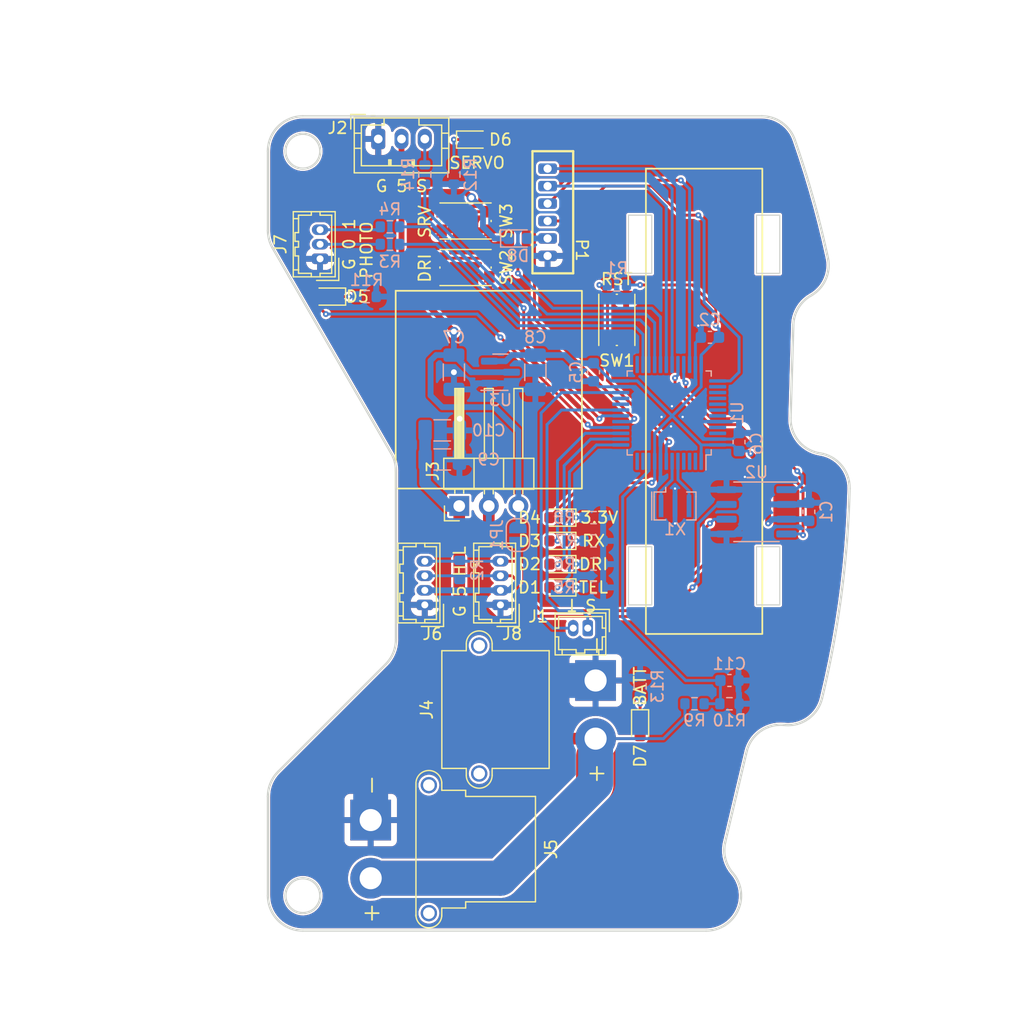
<source format=kicad_pcb>
(kicad_pcb (version 20211014) (generator pcbnew)
  (layers (0 "F.Cu" signal) (31 "B.Cu" signal) (34 "B.Paste" user) (35 "F.Paste" user) (36 "B.SilkS" user "B.Silkscreen") (37 "F.SilkS" user "F.Silkscreen") (38 "B.Mask" user) (39 "F.Mask" user) (44 "Edge.Cuts" user))
  (net 0 "")
  (net 1 "GND")
  (net 2 "+3.3V")
  (net 3 "/ESC_PWM")
  (net 4 "/ESC_TLM")
  (net 5 "+5V")
  (net 6 "/SERVO_PWM")
  (net 7 "+BATT")
  (net 8 "/SWCLK")
  (net 9 "/SWDIO")
  (net 10 "/USART_TX")
  (net 11 "/USART_RX")
  (net 12 "/NRST")
  (net 13 "/CAN_L")
  (net 14 "/CAN_H")
  (net 15 "/LED_1")
  (net 16 "/LED_2")
  (net 17 "/LED_3")
  (net 18 "/OSC_IN")
  (net 19 "/OSC_OUT")
  (net 20 "/BATT_V")
  (net 23 "/CAN_RX")
  (net 24 "/CAN_TX")
  (net 31 "/SW_1")
  (net 32 "Net-(J7-Pad2)")
  (net 33 "Net-(J7-Pad3)")
  (net 34 "/PHOTO_0")
  (net 35 "/PHOTO_1")
  (net 36 "Net-(D1-Pad1)")
  (net 37 "/LED_0")
  (net 38 "Net-(D2-Pad1)")
  (net 39 "Net-(D3-Pad1)")
  (net 40 "Net-(D4-Pad1)")
  (net 41 "Net-(D5-Pad1)")
  (net 42 "Net-(D6-Pad1)")
  (net 43 "/LED_4")
  (net 44 "Net-(D7-Pad1)")
  (net 45 "Net-(J2-Pad3)")
  (net 48 "/SW_0")
  (net 55 "Net-(J6-Pad2)")
  (net 56 "Net-(P1-Pad2)")
  (footprint "Button_Switch_SMD:SW_Push_1P1T_NO_CK_KMR2" (layer "F.Cu") (at 106 67.5 180)
    (fp_text reference "SW2")
    (fp_text value "SW_Push")
  )
  (footprint "LED_SMD:LED_0603_1608Metric" (layer "F.Cu") (at 106.7125 56.5)
    (fp_text reference "D6")
    (fp_text value "LED")
  )
  (footprint "LED_SMD:LED_0603_1608Metric" (layer "F.Cu") (at 121 107 -90)
    (fp_text reference "D7")
    (fp_text value "LED")
  )
  (footprint "Connector_PinHeader_2.54mm:PinHeader_1x03_P2.54mm_Horizontal" (layer "F.Cu") (at 105.46 88 90)
    (fp_text reference "J3")
    (fp_text value "Conn_01x03")
  )
  (footprint "LED_SMD:LED_0603_1608Metric" (layer "F.Cu") (at 94.2125 70 180)
    (fp_text reference "D5")
    (fp_text value "LED")
  )
  (footprint "Button_Switch_SMD:SW_Push_1P1T_NO_CK_KMR2" (layer "F.Cu") (at 106 63.5 180)
    (fp_text reference "SW3")
    (fp_text value "SW_Push")
  )
  (footprint "Connector_Hirose:Hirose_DF13-02P-1.25DSA_1x02_P1.25mm_Vertical" (layer "F.Cu") (at 116.5 98.5 180)
    (fp_text reference "J1")
    (fp_text value "Conn_01x02")
  )
  (footprint "LED_SMD:LED_0603_1608Metric" (layer "F.Cu") (at 114 91 180)
    (fp_text reference "D3")
    (fp_text value "LED")
  )
  (footprint "Connector_Hirose:Hirose_DF13-04P-1.25DSA_1x04_P1.25mm_Vertical" (layer "F.Cu") (at 102.5 96.5 90)
    (fp_text reference "J6")
    (fp_text value "Conn_01x04")
  )
  (footprint "LED_SMD:LED_0603_1608Metric" (layer "F.Cu") (at 114 93 180)
    (fp_text reference "D2")
    (fp_text value "LED")
  )
  (footprint "Connector_AMASS:AMASS_XT30PW-F_1x02_P2.50mm_Horizontal" (layer "F.Cu") (at 97.85 115 -90)
    (fp_text reference "J5")
    (fp_text value "Conn_01x02")
  )
  (footprint "Connector_Hirose:Hirose_DF13-03P-1.25DSA_1x03_P1.25mm_Vertical" (layer "F.Cu") (at 93.5 66.75 90)
    (fp_text reference "J7")
    (fp_text value "Conn_01x03")
  )
  (footprint "LED_SMD:LED_0603_1608Metric" (layer "F.Cu") (at 114 89 180)
    (fp_text reference "D4")
    (fp_text value "LED")
  )
  (footprint "Button_Switch_SMD:SW_Push_1P1T_NO_CK_KMR2" (layer "F.Cu") (at 119 72 90)
    (fp_text reference "SW1")
    (fp_text value "SW_Push")
  )
  (footprint "Connector_JST:JST_PH_B3B-PH-K_1x03_P2.00mm_Vertical" (layer "F.Cu") (at 98.5 56.45)
    (fp_text reference "J2")
    (fp_text value "Conn_01x03")
  )
  (footprint "Connector_AMASS:AMASS_XT30PW-M_1x02_P2.50mm_Horizontal" (layer "F.Cu") (at 117.175 103 90)
    (fp_text reference "J4")
    (fp_text value "Conn_01x02")
  )
  (footprint "Connector_Hirose:Hirose_DF13-04P-1.25DSA_1x04_P1.25mm_Vertical" (layer "F.Cu") (at 109 96.5 90)
    (fp_text reference "J8")
    (fp_text value "Conn_01x04")
  )
  (footprint "LED_SMD:LED_0603_1608Metric" (layer "F.Cu") (at 114 95 180)
    (fp_text reference "D1")
    (fp_text value "LED")
  )
  (footprint "user:ZH_B6B-ZR" (layer "F.Cu") (at 113.05 66.5 90)
    (fp_text reference "P1")
    (fp_text value "CONN_01X06")
  )
  (footprint "Resistor_SMD:R_0603_1608Metric" (layer "B.Cu") (at 121 103.5 -90)
    (fp_text reference "R13")
    (fp_text value "47k")
  )
  (footprint "Resistor_SMD:R_0603_1608Metric" (layer "B.Cu") (at 102.5 59.5 -90)
    (fp_text reference "R14")
    (fp_text value "100")
  )
  (footprint "Resistor_SMD:R_0603_1608Metric" (layer "B.Cu") (at 105.5 93.5 -90)
    (fp_text reference "R2")
    (fp_text value "120")
  )
  (footprint "Resistor_SMD:R_0603_1608Metric" (layer "B.Cu") (at 117 95 180)
    (fp_text reference "R5")
    (fp_text value "4.7k")
  )
  (footprint "Capacitor_SMD:C_0603_1608Metric" (layer "B.Cu") (at 127 73.5)
    (fp_text reference "C2")
    (fp_text value "0.1u")
  )
  (footprint "Resistor_SMD:R_0603_1608Metric" (layer "B.Cu") (at 119 69 180)
    (fp_text reference "R1")
    (fp_text value "1k")
  )
  (footprint "Capacitor_SMD:C_0603_1608Metric" (layer "B.Cu") (at 128.675 103 180)
    (fp_text reference "C11")
    (fp_text value "0.1u")
  )
  (footprint "Capacitor_SMD:C_1206_3216Metric" (layer "B.Cu") (at 105 76.5 -90)
    (fp_text reference "C7")
    (fp_text value "4.7u")
  )
  (footprint "Resistor_SMD:R_0603_1608Metric" (layer "B.Cu") (at 99.5 65.5)
    (fp_text reference "R3")
    (fp_text value "100")
  )
  (footprint "Resistor_SMD:R_0603_1608Metric" (layer "B.Cu") (at 125.675 105)
    (fp_text reference "R9")
    (fp_text value "10k")
  )
  (footprint "Package_SO:SO-8_3.9x4.9mm_P1.27mm" (layer "B.Cu") (at 131 88.5 180)
    (fp_text reference "U2")
    (fp_text value "MAX3051")
  )
  (footprint "Capacitor_SMD:C_1206_3216Metric" (layer "B.Cu") (at 112 76.5 -90)
    (fp_text reference "C8")
    (fp_text value "4.7u")
  )
  (footprint "Capacitor_SMD:C_0603_1608Metric" (layer "B.Cu") (at 135.5 88.5 -90)
    (fp_text reference "C1")
    (fp_text value "0.1u")
  )
  (footprint "Package_QFP:LQFP-48_7x7mm_P0.5mm" (layer "B.Cu") (at 123.5 80 90)
    (fp_text reference "U1")
    (fp_text value "STM32F303CBTx")
  )
  (footprint "Capacitor_SMD:C_0603_1608Metric" (layer "B.Cu") (at 117 76.5 90)
    (fp_text reference "C5")
    (fp_text value "0.1u")
  )
  (footprint "Resistor_SMD:R_0603_1608Metric" (layer "B.Cu") (at 117 91 180)
    (fp_text reference "R7")
    (fp_text value "4.7k")
  )
  (footprint "Crystal:Resonator_SMD_Murata_CSTxExxV-3Pin_3.0x1.1mm" (layer "B.Cu") (at 124 88)
    (fp_text reference "X1")
    (fp_text value "ceralock")
  )
  (footprint "Capacitor_SMD:C_1206_3216Metric" (layer "B.Cu") (at 104 84)
    (fp_text reference "C9")
    (fp_text value "4.7u")
  )
  (footprint "Resistor_SMD:R_0603_1608Metric" (layer "B.Cu") (at 105 59.5 90)
    (fp_text reference "R12")
    (fp_text value "4.7k")
  )
  (footprint "Resistor_SMD:R_0603_1608Metric" (layer "B.Cu") (at 117 93 180)
    (fp_text reference "R6")
    (fp_text value "4.7k")
  )
  (footprint "Resistor_SMD:R_0603_1608Metric" (layer "B.Cu") (at 97.5 70 180)
    (fp_text reference "R11")
    (fp_text value "4.7k")
  )
  (footprint "Resistor_SMD:R_0603_1608Metric" (layer "B.Cu") (at 99.5 64)
    (fp_text reference "R4")
    (fp_text value "100")
  )
  (footprint "Resistor_SMD:R_0603_1608Metric" (layer "B.Cu") (at 128.675 105)
    (fp_text reference "R10")
    (fp_text value "1k")
  )
  (footprint "Resistor_SMD:R_0603_1608Metric" (layer "B.Cu") (at 117 89 180)
    (fp_text reference "R8")
    (fp_text value "4.7k")
  )
  (footprint "Diode_SMD:D_0603_1608Metric" (layer "B.Cu") (at 110.5 65)
    (fp_text reference "D8")
    (fp_text value "D")
  )
  (footprint "Capacitor_SMD:C_1206_3216Metric" (layer "B.Cu") (at 104 81.5)
    (fp_text reference "C10")
    (fp_text value "4.7u")
  )
  (footprint "Jumper:SolderJumper-2_P1.3mm_Open_RoundedPad1.0x1.5mm" (layer "B.Cu") (at 110.5 90.5 -90)
    (fp_text reference "JP1")
    (fp_text value "Jumper_2_Open")
  )
  (footprint "Package_TO_SOT_SMD:SOT-23" (layer "B.Cu") (at 109 76.5)
    (fp_text reference "U3")
    (fp_text value "AZ1117-3.3")
  )
  (footprint "Capacitor_SMD:C_0603_1608Metric" (layer "B.Cu") (at 129.5 82.5 -90)
    (fp_text reference "C6")
    (fp_text value "0.1u")
  )
  (gr_rect (start 121.5 59) (end 131.5 99) (layer "F.SilkS") (width 0.15) (fill none))
  (gr_rect (start 100 69.5) (end 116 86.5) (layer "F.SilkS") (width 0.15) (fill none))
  (gr_arc (start 92.022995 124.499999) (mid 89.901675 123.621319) (end 89.022995 121.499999) (layer "Edge.Cuts") (width 0.2))
  (gr_line (start 100.022995 84.978184) (end 100.022995 99.482755) (layer "Edge.Cuts") (width 0.2))
  (gr_rect (start 120 91.5) (end 122 96.5) (layer "Edge.Cuts") (width 0.1) (fill none))
  (gr_arc (start 100.022995 99.482755) (mid 99.794634 100.630805) (end 99.144315 101.604075) (layer "Edge.Cuts") (width 0.2))
  (gr_circle (center 92.022995 57.499999) (end 90.522995 57.499999) (layer "Edge.Cuts") (width 0.2) (fill none))
  (gr_arc (start 137.132305 66.671858) (mid 136.936692 68.527965) (end 135.681485 69.909216) (layer "Edge.Cuts") (width 0.2))
  (gr_arc (start 131.45038 54.499999) (mid 133.187704 55.054246) (end 134.28309 56.512194) (layer "Edge.Cuts") (width 0.2))
  (gr_arc (start 138.99916 86.512805) (mid 138.295808 95.594725) (end 136.62462 104.549227) (layer "Edge.Cuts") (width 0.2))
  (gr_rect (start 131 91.5) (end 133 96.5) (layer "Edge.Cuts") (width 0.1) (fill none))
  (gr_line (start 133.928534 80.425074) (end 134.165249 72.428577) (layer "Edge.Cuts") (width 0.2))
  (gr_line (start 131.45038 54.499999) (end 92.022995 54.499999) (layer "Edge.Cuts") (width 0.2))
  (gr_circle (center 92.022995 121.499999) (end 90.522995 121.499999) (layer "Edge.Cuts") (width 0.2) (fill none))
  (gr_line (start 89.022995 57.499999) (end 89.022995 64.31793) (layer "Edge.Cuts") (width 0.2))
  (gr_arc (start 89.022995 57.499999) (mid 89.901675 55.378679) (end 92.022995 54.499999) (layer "Edge.Cuts") (width 0.2))
  (gr_line (start 92.022995 124.499999) (end 126.67619 124.499999) (layer "Edge.Cuts") (width 0.2))
  (gr_arc (start 128.952914 119.546406) (mid 129.402064 122.75284) (end 126.67619 124.499999) (layer "Edge.Cuts") (width 0.2))
  (gr_line (start 99.144315 101.604075) (end 89.901675 110.846716) (layer "Edge.Cuts") (width 0.2))
  (gr_arc (start 136.62462 104.549227) (mid 135.435287 106.295352) (end 133.389951 106.824565) (layer "Edge.Cuts") (width 0.2))
  (gr_rect (start 120 63) (end 122 68) (layer "Edge.Cuts") (width 0.1) (fill none))
  (gr_arc (start 99.621071 83.478184) (mid 99.920772 84.201727) (end 100.022995 84.978184) (layer "Edge.Cuts") (width 0.2))
  (gr_arc (start 89.424919 65.81793) (mid 89.125218 65.094387) (end 89.022995 64.31793) (layer "Edge.Cuts") (width 0.2))
  (gr_arc (start 136.463611 83.477804) (mid 138.302282 84.518357) (end 138.99916 86.512805) (layer "Edge.Cuts") (width 0.2))
  (gr_arc (start 89.022995 112.968036) (mid 89.251356 111.819986) (end 89.901675 110.846716) (layer "Edge.Cuts") (width 0.2))
  (gr_line (start 89.022995 112.968036) (end 89.022995 121.499999) (layer "Edge.Cuts") (width 0.2))
  (gr_line (start 128.310154 116.902439) (end 130.151151 109.117149) (layer "Edge.Cuts") (width 0.2))
  (gr_rect (start 131 63) (end 133 68) (layer "Edge.Cuts") (width 0.1) (fill none))
  (gr_arc (start 134.28309 56.512194) (mid 135.865496 61.547772) (end 137.132305 66.671858) (layer "Edge.Cuts") (width 0.2))
  (gr_line (start 89.424919 65.81793) (end 99.621071 83.478184) (layer "Edge.Cuts") (width 0.2))
  (gr_arc (start 130.151151 109.117149) (mid 131.337371 107.358891) (end 133.389951 106.824565) (layer "Edge.Cuts") (width 0.2))
  (gr_arc (start 128.952914 119.546406) (mid 128.314542 118.301485) (end 128.310154 116.902439) (layer "Edge.Cuts") (width 0.2))
  (gr_arc (start 136.463611 83.477804) (mid 134.619264 82.430438) (end 133.928534 80.425074) (layer "Edge.Cuts") (width 0.2))
  (gr_arc (start 134.165249 72.428577) (mid 134.593538 70.970394) (end 135.681485 69.909216) (layer "Edge.Cuts") (width 0.2))
  (gr_text "SERVO" (at 107 58.5) (layer "F.SilkS") (effects (font (size 1 1))))
  (gr_text "TEL" (at 117 95) (layer "F.SilkS") (effects (font (size 1 1))))
  (gr_text "BATT" (at 121 103.5 90) (layer "F.SilkS") (effects (font (size 1 1))))
  (gr_text "RX" (at 117 91) (layer "F.SilkS") (effects (font (size 1 1))))
  (gr_text "3.3V" (at 117.5 89) (layer "F.SilkS") (effects (font (size 1 1))))
  (gr_text "G 5 S" (at 100.5 60.5) (layer "F.SilkS") (effects (font (size 1 1))))
  (gr_text "S T" (at 116 96.5 180) (layer "F.SilkS") (effects (font (size 1 1))))
  (gr_text "RST" (at 119 68.5) (layer "F.SilkS") (effects (font (size 1 1))))
  (gr_text "G 5 H L" (at 105.5 94.5 90) (layer "F.SilkS") (effects (font (size 1 1))))
  (gr_text "G 0 1" (at 96 65.5 90) (layer "F.SilkS") (effects (font (size 1 1))))
  (gr_text "SRV" (at 102.5 63.55 90) (layer "F.SilkS") (effects (font (size 1 1))))
  (gr_text "DRI" (at 117 93) (layer "F.SilkS") (effects (font (size 1 1))))
  (gr_text "DRI" (at 102.5 67.55 90) (layer "F.SilkS") (effects (font (size 1 1))))
  (gr_text "PHOTO" (at 97.5 66 90) (layer "F.SilkS") (effects (font (size 1 1))))
  (segment (start 119.8 74.05) (end 119.8 69.95) (width 0.25) (layer "F.Cu") (net 1))
  (segment (start 103.95 68.3) (end 108.05 68.3) (width 0.25) (layer "F.Cu") (net 1))
  (segment (start 98.5 56.45) (end 98.5 64.5) (width 0.5) (layer "F.Cu") (net 1))
  (segment (start 107 91) (end 107 96.5) (width 1) (layer "F.Cu") (net 1))
  (segment (start 124.656234 80.343766) (end 124 81) (width 0.25) (layer "F.Cu") (net 1))
  (segment (start 113.5 103) (end 117.175 103) (width 1) (layer "F.Cu") (net 1))
  (segment (start 108.75 98.25) (end 113.5 103) (width 1) (layer "F.Cu") (net 1))
  (segment (start 96.25 66.75) (end 93.5 66.75) (width 0.5) (layer "F.Cu") (net 1))
  (segment (start 109 96.5) (end 109 98) (width 0.5) (layer "F.Cu") (net 1))
  (segment (start 109 98) (end 108.75 98.25) (width 0.5) (layer "F.Cu") (net 1))
  (segment (start 108 90) (end 107 91) (width 1) (layer "F.Cu") (net 1))
  (segment (start 124 81) (end 123.5 81) (width 0.25) (layer "F.Cu") (net 1))
  (segment (start 129.812468 85.5) (end 124.656234 80.343766) (width 0.25) (layer "F.Cu") (net 1))
  (segment (start 123.5 81) (end 122.843766 80.343766) (width 0.25) (layer "F.Cu") (net 1))
  (segment (start 108.05 64.3) (end 103.95 64.3) (width 0.25) (layer "F.Cu") (net 1))
  (segment (start 105 80) (end 105.5 80.5) (width 0.5) (layer "F.Cu") (net 1))
  (segment (start 98.5 64.5) (end 96.25 66.75) (width 0.5) (layer "F.Cu") (net 1))
  (segment (start 107 96.5) (end 108.75 98.25) (width 1) (layer "F.Cu") (net 1))
  (segment (start 130 85.5) (end 129.812468 85.5) (width 0.25) (layer "F.Cu") (net 1))
  (segment (start 123.73435 79.421884) (end 124.656234 80.343766) (width 0.25) (layer "F.Cu") (net 1))
  (segment (start 105 76.5) (end 105 80) (width 0.5) (layer "F.Cu") (net 1))
  (segment (start 108 88) (end 108 90) (width 1) (layer "F.Cu") (net 1))
  (via (at 105.5 80.5) (size 0.8) (drill 0.5) (layers "F.Cu" "B.Cu") (net 1))
  (via (at 124 86.5) (size 0.5) (drill 0.2) (layers "F.Cu" "B.Cu") (net 1))
  (via (at 126 72.5) (size 0.5) (drill 0.2) (layers "F.Cu" "B.Cu") (net 1))
  (via (at 123.73435 79.421884) (size 0.5) (drill 0.2) (layers "F.Cu" "B.Cu") (net 1))
  (via (at 122.843766 80.343766) (size 0.5) (drill 0.2) (layers "F.Cu" "B.Cu") (net 1))
  (via (at 124.656234 80.343766) (size 0.5) (drill 0.2) (layers "F.Cu" "B.Cu") (net 1))
  (via (at 123.656234 81.156234) (size 0.5) (drill 0.2) (layers "F.Cu" "B.Cu") (net 1))
  (via (at 124 89.5) (size 0.5) (drill 0.2) (layers "F.Cu" "B.Cu") (net 1))
  (via (at 130 85.5) (size 0.5) (drill 0.2) (layers "F.Cu" "B.Cu") (net 1))
  (via (at 105 76.5) (size 0.8) (drill 0.5) (layers "F.Cu" "B.Cu") (net 1))
  (segment (start 123.73435 79.421884) (end 125.75 77.406234) (width 0.25) (layer "B.Cu") (net 1))
  (segment (start 133.575 87.865) (end 135.36 87.865) (width 0.5) (layer "B.Cu") (net 1))
  (segment (start 135.5 85) (end 132.225 81.725) (width 0.5) (layer "B.Cu") (net 1))
  (segment (start 127.6625 82.25) (end 126.562468 82.25) (width 0.25) (layer "B.Cu") (net 1))
  (segment (start 105.5 81.475) (end 105.475 81.5) (width 0.5) (layer "B.Cu") (net 1))
  (segment (start 128.425 90.405) (end 129.095 90.405) (width 0.5) (layer "B.Cu") (net 1))
  (segment (start 129.45 104.95) (end 129.5 105) (width 0.25) (layer "B.Cu") (net 1))
  (segment (start 128.425 86.595) (end 130.365 86.595) (width 0.5) (layer "B.Cu") (net 1))
  (segment (start 105 77.975) (end 105 76.5) (width 0.5) (layer "B.Cu") (net 1))
  (segment (start 121 102.675) (end 120.675 103) (width 0.25) (layer "B.Cu") (net 1))
  (segment (start 114.225 77.275) (end 113.525 77.975) (width 0.5) (layer "B.Cu") (net 1))
  (segment (start 129.095 90.405) (end 131.635 87.865) (width 0.5) (layer "B.Cu") (net 1))
  (segment (start 109.975 77.975) (end 112 77.975) (width 0.5) (layer "B.Cu") (net 1))
  (segment (start 109 96.5) (end 102.5 96.5) (width 0.5) (layer "B.Cu") (net 1))
  (segment (start 120.675 103) (end 117.175 103) (width 0.25) (layer "B.Cu") (net 1))
  (segment (start 129.45 103) (end 129.45 104.95) (width 0.25) (layer "B.Cu") (net 1))
  (segment (start 135.5 87.725) (end 135.5 85) (width 0.5) (layer "B.Cu") (net 1))
  (segment (start 123.656234 81.156234) (end 122.75 82.062468) (width 0.25) (layer "B.Cu") (net 1))
  (segment (start 117.475 77.75) (end 117 77.275) (width 0.25) (layer "B.Cu") (net 1))
  (segment (start 105.475 81.5) (end 105.475 84) (width 1) (layer "B.Cu") (net 1))
  (segment (start 127.6625 80.75) (end 125.062468 80.75) (width 0.25) (layer "B.Cu") (net 1))
  (segment (start 132.225 81.725) (end 129.5 81.725) (width 0.5) (layer "B.Cu") (net 1))
  (segment (start 124 88) (end 124 86.5) (width 0.25) (layer "B.Cu") (net 1))
  (segment (start 125.75 77.406234) (end 125.75 75.8375) (width 0.25) (layer "B.Cu") (net 1))
  (segment (start 117.825 93) (end 117.825 89) (width 0.25) (layer "B.Cu") (net 1))
  (segment (start 119.3375 77.75) (end 120.25 77.75) (width 0.25) (layer "B.Cu") (net 1))
  (segment (start 126.225 73.5) (end 126.225 72.725) (width 0.25) (layer "B.Cu") (net 1))
  (segment (start 104.5 103) (end 117.175 103) (width 3) (layer "B.Cu") (net 1))
  (segment (start 130.365 86.595) (end 131.635 87.865) (width 0.5) (layer "B.Cu") (net 1))
  (segment (start 97.85 115) (end 97.85 109.65) (width 3) (layer "B.Cu") (net 1))
  (segment (start 131.635 87.865) (end 133.575 87.865) (width 0.5) (layer "B.Cu") (net 1))
  (segment (start 125.062468 80.75) (end 124.656234 80.343766) (width 0.25) (layer "B.Cu") (net 1))
  (segment (start 119.3375 77.75) (end 117.475 77.75) (width 0.25) (layer "B.Cu") (net 1))
  (segment (start 106.5 84) (end 108 85.5) (width 1) (layer "B.Cu") (net 1))
  (segment (start 97.85 109.65) (end 104.5 103) (width 3) (layer "B.Cu") (net 1))
  (segment (start 126.225 72.725) (end 126 72.5) (width 0.25) (layer "B.Cu") (net 1))
  (segment (start 122.75 82.062468) (end 122.75 84.1625) (width 0.25) (layer "B.Cu") (net 1))
  (segment (start 128.975 82.25) (end 129.5 81.725) (width 0.25) (layer "B.Cu") (net 1))
  (segment (start 109.45 77.45) (end 109.975 77.975) (width 0.5) (layer "B.Cu") (net 1))
  (segment (start 117.825 95) (end 117.825 93) (width 0.25) (layer "B.Cu") (net 1))
  (segment (start 105.475 84) (end 106.5 84) (width 1) (layer "B.Cu") (net 1))
  (segment (start 125.75 73.975) (end 126.225 73.5) (width 0.25) (layer "B.Cu") (net 1))
  (segment (start 125.75 75.8375) (end 125.75 73.975) (width 0.25) (layer "B.Cu") (net 1))
  (segment (start 135.36 87.865) (end 135.5 87.725) (width 0.5) (layer "B.Cu") (net 1))
  (segment (start 106.525 77.975) (end 107.05 77.45) (width 0.5) (layer "B.Cu") (net 1))
  (segment (start 124 88) (end 124 89.5) (width 0.25) (layer "B.Cu") (net 1))
  (segment (start 117 77.275) (end 114.225 77.275) (width 0.5) (layer "B.Cu") (net 1))
  (segment (start 105 77.975) (end 106.525 77.975) (width 0.5) (layer "B.Cu") (net 1))
  (segment (start 108 85.5) (end 108 88) (width 1) (layer "B.Cu") (net 1))
  (segment (start 120.25 77.75) (end 122.843766 80.343766) (width 0.25) (layer "B.Cu") (net 1))
  (segment (start 126.562468 82.25) (end 125.062468 80.75) (width 0.25) (layer "B.Cu") (net 1))
  (segment (start 105.5 80.5) (end 105.5 81.475) (width 0.5) (layer "B.Cu") (net 1))
  (segment (start 108.0625 77.45) (end 109.45 77.45) (width 0.5) (layer "B.Cu") (net 1))
  (segment (start 127.6625 82.25) (end 128.975 82.25) (width 0.25) (layer "B.Cu") (net 1))
  (segment (start 113.525 77.975) (end 112 77.975) (width 0.5) (layer "B.Cu") (net 1))
  (segment (start 107.05 77.45) (end 108.0625 77.45) (width 0.5) (layer "B.Cu") (net 1))
  (segment (start 125.5 69) (end 121 69) (width 0.25) (layer "F.Cu") (net 2))
  (segment (start 113.2125 89) (end 116.2125 86) (width 0.25) (layer "F.Cu") (net 2))
  (segment (start 116.2125 86) (end 122 86) (width 0.25) (layer "F.Cu") (net 2))
  (segment (start 132 85) (end 130.5 83.5) (width 0.5) (layer "F.Cu") (net 2))
  (segment (start 132 89.5) (end 132 85) (width 0.5) (layer "F.Cu") (net 2))
  (segment (start 127.5 72.5) (end 127.5 71) (width 0.25) (layer "F.Cu") (net 2))
  (segment (start 127.5 71) (end 125.5 69) (width 0.25) (layer "F.Cu") (net 2))
  (via (at 127.5 72.5) (size 0.5) (drill 0.2) (layers "F.Cu" "B.Cu") (net 2))
  (via (at 132 89.5) (size 0.5) (drill 0.2) (layers "F.Cu" "B.Cu") (net 2))
  (via (at 122 86) (size 0.5) (drill 0.2) (layers "F.Cu" "B.Cu") (net 2))
  (via (at 121 69) (size 0.5) (drill 0.2) (layers "F.Cu" "B.Cu") (net 2))
  (via (at 130.5 83.5) (size 0.5) (drill 0.2) (layers "F.Cu" "B.Cu") (net 2))
  (segment (start 119.3375 77.25) (end 120.75 77.25) (width 0.25) (layer "B.Cu") (net 2))
  (segment (start 119.825 69) (end 121 69) (width 0.25) (layer "B.Cu") (net 2))
  (segment (start 122.25 85.75) (end 122.25 84.1625) (width 0.25) (layer "B.Cu") (net 2))
  (segment (start 133.575 89.135) (end 132.365 89.135) (width 0.5) (layer "B.Cu") (net 2))
  (segment (start 133.575 89.135) (end 135.36 89.135) (width 0.5) (layer "B.Cu") (net 2))
  (segment (start 130.275 83.275) (end 130.5 83.5) (width 0.25) (layer "B.Cu") (net 2))
  (segment (start 115.225 75.725) (end 117 75.725) (width 0.5) (layer "B.Cu") (net 2))
  (segment (start 108.0625 75.55) (end 109.45 75.55) (width 0.5) (layer "B.Cu") (net 2))
  (segment (start 114.525 75.025) (end 115.225 75.725) (width 0.5) (layer "B.Cu") (net 2))
  (segment (start 126.25 75.8375) (end 126.25 75.025) (width 0.25) (layer "B.Cu") (net 2))
  (segment (start 126.25 75.025) (end 127.775 73.5) (width 0.25) (layer "B.Cu") (net 2))
  (segment (start 109.975 75.025) (end 112 75.025) (width 0.5) (layer "B.Cu") (net 2))
  (segment (start 126.25 77.75) (end 123.75 80.25) (width 0.25) (layer "B.Cu") (net 2))
  (segment (start 109.45 75.55) (end 109.975 75.025) (width 0.5) (layer "B.Cu") (net 2))
  (segment (start 132.365 89.135) (end 132 89.5) (width 0.5) (layer "B.Cu") (net 2))
  (segment (start 127.775 72.775) (end 127.5 72.5) (width 0.25) (layer "B.Cu") (net 2))
  (segment (start 127.775 73.5) (end 127.775 72.775) (width 0.25) (layer "B.Cu") (net 2))
  (segment (start 118.525 77.25) (end 117 75.725) (width 0.25) (layer "B.Cu") (net 2))
  (segment (start 126.25 84.1625) (end 126.25 82.75) (width 0.25) (layer "B.Cu") (net 2))
  (segment (start 122.25 84.1625) (end 122.25 81.75) (width 0.25) (layer "B.Cu") (net 2))
  (segment (start 127.6625 82.75) (end 128.975 82.75) (width 0.25) (layer "B.Cu") (net 2))
  (segment (start 129.5 83.275) (end 130.275 83.275) (width 0.25) (layer "B.Cu") (net 2))
  (segment (start 128.975 82.75) (end 129.5 83.275) (width 0.25) (layer "B.Cu") (net 2))
  (segment (start 112 75.025) (end 114.525 75.025) (width 0.5) (layer "B.Cu") (net 2))
  (segment (start 135.36 89.135) (end 135.5 89.275) (width 0.5) (layer "B.Cu") (net 2))
  (segment (start 120.75 77.25) (end 123.75 80.25) (width 0.25) (layer "B.Cu") (net 2))
  (segment (start 123.75 80.25) (end 126.25 82.75) (width 0.25) (layer "B.Cu") (net 2))
  (segment (start 122.25 81.75) (end 123.75 80.25) (width 0.25) (layer "B.Cu") (net 2))
  (segment (start 119.3375 77.25) (end 118.525 77.25) (width 0.25) (layer "B.Cu") (net 2))
  (segment (start 126.25 82.75) (end 127.6625 82.75) (width 0.25) (layer "B.Cu") (net 2))
  (segment (start 126.25 75.8375) (end 126.25 77.75) (width 0.25) (layer "B.Cu") (net 2))
  (segment (start 122 86) (end 122.25 85.75) (width 0.25) (layer "B.Cu") (net 2))
  (segment (start 114 97) (end 113 96) (width 0.25) (layer "B.Cu") (net 3))
  (segment (start 116.5 97.5) (end 116 97) (width 0.25) (layer "B.Cu") (net 3))
  (segment (start 116.5 98.5) (end 116.5 97.5) (width 0.25) (layer "B.Cu") (net 3))
  (segment (start 113 96) (end 113 81) (width 0.25) (layer "B.Cu") (net 3))
  (segment (start 113 81) (end 114.25 79.75) (width 0.25) (layer "B.Cu") (net 3))
  (segment (start 116 97) (end 114 97) (width 0.25) (layer "B.Cu") (net 3))
  (segment (start 114.25 79.75) (end 119.3375 79.75) (width 0.25) (layer "B.Cu") (net 3))
  (segment (start 112.5 97.5) (end 112.5 80) (width 0.25) (layer "B.Cu") (net 4))
  (segment (start 114.25 78.25) (end 119.3375 78.25) (width 0.25) (layer "B.Cu") (net 4))
  (segment (start 112.5 80) (end 114.25 78.25) (width 0.25) (layer "B.Cu") (net 4))
  (segment (start 115.25 98.5) (end 113.5 98.5) (width 0.25) (layer "B.Cu") (net 4))
  (segment (start 113.5 98.5) (end 112.5 97.5) (width 0.25) (layer "B.Cu") (net 4))
  (segment (start 106.5 61.5) (end 106 61) (width 0.5) (layer "F.Cu") (net 5))
  (segment (start 100.5 68.5) (end 100.5 62.5) (width 0.5) (layer "F.Cu") (net 5))
  (segment (start 100.5 62.5) (end 100.5 56.45) (width 0.5) (layer "F.Cu") (net 5))
  (segment (start 102 61) (end 100.5 62.5) (width 0.5) (layer "F.Cu") (net 5))
  (segment (start 105 73) (end 100.5 68.5) (width 0.5) (layer "F.Cu") (net 5))
  (segment (start 106 61) (end 102 61) (width 0.5) (layer "F.Cu") (net 5))
  (via (at 106.5 61.5) (size 0.8) (drill 0.5) (layers "F.Cu" "B.Cu") (net 5))
  (via (at 105 73) (size 0.8) (drill 0.5) (layers "F.Cu" "B.Cu") (net 5))
  (segment (start 110.54 81.54) (end 110.54 88) (width 0.5) (layer "B.Cu") (net 5))
  (segment (start 109.9375 76.5) (end 106.475 76.5) (width 0.5) (layer "B.Cu") (net 5))
  (segment (start 107.5 62.5) (end 107.5 64) (width 0.5) (layer "B.Cu") (net 5))
  (segment (start 105 75.025) (end 105 73) (width 0.5) (layer "B.Cu") (net 5))
  (segment (start 107.5 64) (end 108.5 65) (width 0.5) (layer "B.Cu") (net 5))
  (segment (start 108.5 65) (end 109.7125 65) (width 0.5) (layer "B.Cu") (net 5))
  (segment (start 110.54 89.81) (end 110.5 89.85) (width 0.5) (layer "B.Cu") (net 5))
  (segment (start 103 78.5) (end 104 79.5) (width 0.5) (layer "B.Cu") (net 5))
  (segment (start 103.475 75.025) (end 103 75.5) (width 0.5) (layer "B.Cu") (net 5))
  (segment (start 104 79.5) (end 108.5 79.5) (width 0.5) (layer "B.Cu") (net 5))
  (segment (start 106.475 76.5) (end 105 75.025) (width 0.5) (layer "B.Cu") (net 5))
  (segment (start 103 75.5) (end 103 78.5) (width 0.5) (layer "B.Cu") (net 5))
  (segment (start 108.5 79.5) (end 110.54 81.54) (width 0.5) (layer "B.Cu") (net 5))
  (segment (start 110.54 88) (end 110.54 89.81) (width 0.5) (layer "B.Cu") (net 5))
  (segment (start 105 75.025) (end 103.475 75.025) (width 0.5) (layer "B.Cu") (net 5))
  (segment (start 106.5 61.5) (end 107.5 62.5) (width 0.5) (layer "B.Cu") (net 5))
  (segment (start 111 71) (end 111 74) (width 0.25) (layer "F.Cu") (net 6))
  (segment (start 111 74) (end 117.5 80.5) (width 0.25) (layer "F.Cu") (net 6))
  (via (at 117.5 80.5) (size 0.5) (drill 0.2) (layers "F.Cu" "B.Cu") (net 6))
  (via (at 111 71) (size 0.5) (drill 0.2) (layers "F.Cu" "B.Cu") (net 6))
  (segment (start 117.75 80.25) (end 119.3375 80.25) (width 0.25) (layer "B.Cu") (net 6))
  (segment (start 111 71) (end 102.5 62.5) (width 0.25) (layer "B.Cu") (net 6))
  (segment (start 117.5 80.5) (end 117.75 80.25) (width 0.25) (layer "B.Cu") (net 6))
  (segment (start 102.5 62.5) (end 102.5 60.325) (width 0.25) (layer "B.Cu") (net 6))
  (segment (start 105.46 102.96) (end 110.5 108) (width 1) (layer "F.Cu") (net 7))
  (segment (start 105.46 88) (end 105.46 102.96) (width 1) (layer "F.Cu") (net 7))
  (segment (start 110.5 108) (end 117.175 108) (width 1) (layer "F.Cu") (net 7))
  (segment (start 120.7875 108) (end 117.175 108) (width 0.25) (layer "F.Cu") (net 7))
  (segment (start 97.85 120) (end 109 120) (width 3) (layer "F.Cu") (net 7))
  (segment (start 117 112) (end 117 109.5) (width 3) (layer "F.Cu") (net 7))
  (segment (start 121 107.7875) (end 120.7875 108) (width 0.25) (layer "F.Cu") (net 7))
  (segment (start 109 120) (end 117 112) (width 3) (layer "F.Cu") (net 7))
  (segment (start 102.525 86.025) (end 104.5 88) (width 1) (layer "B.Cu") (net 7))
  (segment (start 124.85 106.15) (end 123 108) (width 0.25) (layer "B.Cu") (net 7))
  (segment (start 117.175 111.825) (end 109 120) (width 3) (layer "B.Cu") (net 7))
  (segment (start 123 108) (end 117.175 108) (width 0.25) (layer "B.Cu") (net 7))
  (segment (start 109 120) (end 97.85 120) (width 3) (layer "B.Cu") (net 7))
  (segment (start 102.525 84) (end 102.525 86.025) (width 1) (layer "B.Cu") (net 7))
  (segment (start 102.525 81.5) (end 102.525 84) (width 1) (layer "B.Cu") (net 7))
  (segment (start 124.85 105) (end 124.85 106.15) (width 0.25) (layer "B.Cu") (net 7))
  (segment (start 117.175 108) (end 117.175 111.825) (width 3) (layer "B.Cu") (net 7))
  (segment (start 104.5 88) (end 105.46 88) (width 1) (layer "B.Cu") (net 7))
  (segment (start 126 63) (end 124.5 63) (width 0.25) (layer "F.Cu") (net 8))
  (segment (start 122 60.5) (end 118 60.5) (width 0.25) (layer "F.Cu") (net 8))
  (segment (start 118 60.5) (end 115 63.5) (width 0.25) (layer "F.Cu") (net 8))
  (segment (start 124.5 63) (end 122 60.5) (width 0.25) (layer "F.Cu") (net 8))
  (segment (start 115 63.5) (end 113.05 63.5) (width 0.25) (layer "F.Cu") (net 8))
  (via (at 126 63) (size 0.5) (drill 0.2) (layers "F.Cu" "B.Cu") (net 8))
  (segment (start 128.75 77.25) (end 127.6625 77.25) (width 0.25) (layer "B.Cu") (net 8))
  (segment (start 126.5 63.5) (end 126.5 70.5) (width 0.25) (layer "B.Cu") (net 8))
  (segment (start 126 63) (end 126.5 63.5) (width 0.25) (layer "B.Cu") (net 8))
  (segment (start 126.5 70.5) (end 129.5 73.5) (width 0.25) (layer "B.Cu") (net 8))
  (segment (start 129.5 76.5) (end 128.75 77.25) (width 0.25) (layer "B.Cu") (net 8))
  (segment (start 129.5 73.5) (end 129.5 76.5) (width 0.25) (layer "B.Cu") (net 8))
  (segment (start 115.127817 60) (end 113.127817 62) (width 0.25) (layer "F.Cu") (net 9))
  (segment (start 113.127817 62) (end 113.05 62) (width 0.25) (layer "F.Cu") (net 9))
  (segment (start 124.5 60) (end 115.127817 60) (width 0.25) (layer "F.Cu") (net 9))
  (via (at 124.5 60) (size 0.5) (drill 0.2) (layers "F.Cu" "B.Cu") (net 9))
  (segment (start 124.5 60) (end 125.25 60.75) (width 0.25) (layer "B.Cu") (net 9))
  (segment (start 125.25 60.75) (end 125.25 75.8375) (width 0.25) (layer "B.Cu") (net 9))
  (segment (start 121.5 60.5) (end 113.05 60.5) (width 0.25) (layer "B.Cu") (net 10))
  (segment (start 123.25 75.8375) (end 123.25 62.25) (width 0.25) (layer "B.Cu") (net 10))
  (segment (start 123.25 62.25) (end 121.5 60.5) (width 0.25) (layer "B.Cu") (net 10))
  (segment (start 122 59) (end 123.75 60.75) (width 0.25) (layer "B.Cu") (net 11))
  (segment (start 113.05 59) (end 122 59) (width 0.25) (layer "B.Cu") (net 11))
  (segment (start 123.75 60.75) (end 123.75 75.8375) (width 0.25) (layer "B.Cu") (net 11))
  (segment (start 123.5 82.5) (end 118.2 77.2) (width 0.25) (layer "F.Cu") (net 12))
  (segment (start 118.2 77.2) (end 118.2 74.05) (width 0.25) (layer "F.Cu") (net 12))
  (segment (start 118.2 69.95) (end 118.2 69.7) (width 0.25) (layer "F.Cu") (net 12))
  (segment (start 118.2 69.7) (end 117.5 69) (width 0.25) (layer "F.Cu") (net 12))
  (segment (start 118.2 69.95) (end 118.2 74.05) (width 0.25) (layer "F.Cu") (net 12))
  (via (at 123.5 82.5) (size 0.5) (drill 0.2) (layers "F.Cu" "B.Cu") (net 12))
  (via (at 117.5 69) (size 0.5) (drill 0.2) (layers "F.Cu" "B.Cu") (net 12))
  (segment (start 123.25 82.75) (end 123.25 84.1625) (width 0.25) (layer "B.Cu") (net 12))
  (segment (start 123.5 82.5) (end 123.25 82.75) (width 0.25) (layer "B.Cu") (net 12))
  (segment (start 118.175 69) (end 117.5 69) (width 0.25) (layer "B.Cu") (net 12))
  (segment (start 110.25 92.75) (end 109 92.75) (width 0.25) (layer "F.Cu") (net 13))
  (segment (start 126.5 93) (end 122.5 97) (width 0.25) (layer "F.Cu") (net 13))
  (segment (start 122.5 97) (end 112.5 97) (width 0.25) (layer "F.Cu") (net 13))
  (segment (start 111 93.5) (end 110.25 92.75) (width 0.25) (layer "F.Cu") (net 13))
  (segment (start 127 89.5) (end 126.5 90) (width 0.25) (layer "F.Cu") (net 13))
  (segment (start 126.5 90) (end 126.5 93) (width 0.25) (layer "F.Cu") (net 13))
  (segment (start 111 95.5) (end 111 93.5) (width 0.25) (layer "F.Cu") (net 13))
  (segment (start 112.5 97) (end 111 95.5) (width 0.25) (layer "F.Cu") (net 13))
  (via (at 127 89.5) (size 0.5) (drill 0.2) (layers "F.Cu" "B.Cu") (net 13))
  (segment (start 109 92.75) (end 102.5 92.75) (width 0.25) (layer "B.Cu") (net 13))
  (segment (start 127.365 89.135) (end 128.425 89.135) (width 0.25) (layer "B.Cu") (net 13))
  (segment (start 127 89.5) (end 127.365 89.135) (width 0.25) (layer "B.Cu") (net 13))
  (segment (start 125.5 95) (end 123 97.5) (width 0.25) (layer "F.Cu") (net 14))
  (segment (start 110 94) (end 109 94) (width 0.25) (layer "F.Cu") (net 14))
  (segment (start 123 97.5) (end 116.977817 97.5) (width 0.25) (layer "F.Cu") (net 14))
  (segment (start 116.977817 97.5) (end 116.952817 97.475) (width 0.25) (layer "F.Cu") (net 14))
  (segment (start 110.5 96) (end 110.5 94.5) (width 0.25) (layer "F.Cu") (net 14))
  (segment (start 110.5 94.5) (end 110 94) (width 0.25) (layer "F.Cu") (net 14))
  (segment (start 111.975 97.475) (end 110.5 96) (width 0.25) (layer "F.Cu") (net 14))
  (segment (start 116.952817 97.475) (end 111.975 97.475) (width 0.25) (layer "F.Cu") (net 14))
  (via (at 125.5 95) (size 0.5) (drill 0.2) (layers "F.Cu" "B.Cu") (net 14))
  (segment (start 102.5 94) (end 109 94) (width 0.25) (layer "B.Cu") (net 14))
  (segment (start 126 94.5) (end 125.5 95) (width 0.25) (layer "B.Cu") (net 14))
  (segment (start 128.425 87.865) (end 127.635 87.865) (width 0.25) (layer "B.Cu") (net 14))
  (segment (start 126 89.5) (end 126 94.5) (width 0.25) (layer "B.Cu") (net 14))
  (segment (start 127.635 87.865) (end 126 89.5) (width 0.25) (layer "B.Cu") (net 14))
  (segment (start 113.2125 93) (end 113.9005 93) (width 0.25) (layer "F.Cu") (net 15))
  (via (at 113.9005 93) (size 0.5) (drill 0.2) (layers "F.Cu" "B.Cu") (net 15))
  (segment (start 113.9005 93) (end 114.475 92.4255) (width 0.25) (layer "B.Cu") (net 15))
  (segment (start 116.75 82.25) (end 119.3375 82.25) (width 0.25) (layer "B.Cu") (net 15))
  (segment (start 114.475 92.4255) (end 114.475 84.525) (width 0.25) (layer "B.Cu") (net 15))
  (segment (start 114.475 84.525) (end 116.75 82.25) (width 0.25) (layer "B.Cu") (net 15))
  (segment (start 113.2125 91) (end 113.9005 91) (width 0.25) (layer "F.Cu") (net 16))
  (via (at 113.9005 91) (size 0.5) (drill 0.2) (layers "F.Cu" "B.Cu") (net 16))
  (segment (start 113.9005 84.12879) (end 116.27929 81.75) (width 0.25) (layer "B.Cu") (net 16))
  (segment (start 113.9005 91) (end 113.9005 84.12879) (width 0.25) (layer "B.Cu") (net 16))
  (segment (start 116.27929 81.75) (end 119.3375 81.75) (width 0.25) (layer "B.Cu") (net 16))
  (segment (start 93.425 70.925) (end 94 71.5) (width 0.25) (layer "F.Cu") (net 17))
  (segment (start 109 73.5) (end 116.5 81) (width 0.25) (layer "F.Cu") (net 17))
  (segment (start 93.425 70) (end 93.425 70.925) (width 0.25) (layer "F.Cu") (net 17))
  (via (at 116.5 81) (size 0.5) (drill 0.2) (layers "F.Cu" "B.Cu") (net 17))
  (via (at 109 73.5) (size 0.5) (drill 0.2) (layers "F.Cu" "B.Cu") (net 17))
  (via (at 94 71.5) (size 0.5) (drill 0.2) (layers "F.Cu" "B.Cu") (net 17))
  (segment (start 107 71.5) (end 109 73.5) (width 0.25) (layer "B.Cu") (net 17))
  (segment (start 94 71.5) (end 107 71.5) (width 0.25) (layer "B.Cu") (net 17))
  (segment (start 116.75 81.25) (end 116.5 81) (width 0.25) (layer "B.Cu") (net 17))
  (segment (start 119.3375 81.25) (end 116.75 81.25) (width 0.25) (layer "B.Cu") (net 17))
  (segment (start 125.2 88) (end 125.2 86.7) (width 0.25) (layer "B.Cu") (net 18))
  (segment (start 124.25 85.75) (end 124.25 84.1625) (width 0.25) (layer "B.Cu") (net 18))
  (segment (start 125.2 86.7) (end 124.25 85.75) (width 0.25) (layer "B.Cu") (net 18))
  (segment (start 122.8 86.7) (end 123.75 85.75) (width 0.25) (layer "B.Cu") (net 19))
  (segment (start 123.75 85.75) (end 123.75 84.1625) (width 0.25) (layer "B.Cu") (net 19))
  (segment (start 122.8 88) (end 122.8 86.7) (width 0.25) (layer "B.Cu") (net 19))
  (segment (start 124.911611 103) (end 127.9 103) (width 0.25) (layer "B.Cu") (net 20))
  (segment (start 119.5 97.588389) (end 124.911611 103) (width 0.25) (layer "B.Cu") (net 20))
  (segment (start 126.5 105) (end 127.85 105) (width 0.25) (layer "B.Cu") (net 20))
  (segment (start 121.75 84.965685) (end 119.5 87.215685) (width 0.25) (layer "B.Cu") (net 20))
  (segment (start 127.9 104.95) (end 127.85 105) (width 0.25) (layer "B.Cu") (net 20))
  (segment (start 121.75 84.1625) (end 121.75 84.965685) (width 0.25) (layer "B.Cu") (net 20))
  (segment (start 119.5 87.215685) (end 119.5 97.588389) (width 0.25) (layer "B.Cu") (net 20))
  (segment (start 127.9 103) (end 127.9 104.95) (width 0.25) (layer "B.Cu") (net 20))
  (segment (start 124 78) (end 124 77) (width 0.25) (layer "F.Cu") (net 23))
  (segment (start 135 90.5) (end 135 86.5) (width 0.25) (layer "F.Cu") (net 23))
  (segment (start 127 81) (end 124 78) (width 0.25) (layer "F.Cu") (net 23))
  (segment (start 129.5 81) (end 127 81) (width 0.25) (layer "F.Cu") (net 23))
  (segment (start 135 86.5) (end 129.5 81) (width 0.25) (layer "F.Cu") (net 23))
  (via (at 135 90.5) (size 0.5) (drill 0.2) (layers "F.Cu" "B.Cu") (net 23))
  (via (at 124 77) (size 0.5) (drill 0.2) (layers "F.Cu" "B.Cu") (net 23))
  (segment (start 124 77) (end 124.25 76.75) (width 0.25) (layer "B.Cu") (net 23))
  (segment (start 134.905 90.405) (end 135 90.5) (width 0.25) (layer "B.Cu") (net 23))
  (segment (start 133.575 90.405) (end 134.905 90.405) (width 0.25) (layer "B.Cu") (net 23))
  (segment (start 124.25 76.75) (end 124.25 75.8375) (width 0.25) (layer "B.Cu") (net 23))
  (segment (start 124.921884 77.421884) (end 124.921884 78.285488) (width 0.25) (layer "F.Cu") (net 24))
  (segment (start 130 80.5) (end 134.5 85) (width 0.25) (layer "F.Cu") (net 24))
  (segment (start 124.921884 78.285488) (end 127.136396 80.5) (width 0.25) (layer "F.Cu") (net 24))
  (segment (start 127.136396 80.5) (end 130 80.5) (width 0.25) (layer "F.Cu") (net 24))
  (via (at 134.5 85) (size 0.5) (drill 0.2) (layers "F.Cu" "B.Cu") (net 24))
  (via (at 124.921884 77.421884) (size 0.5) (drill 0.2) (layers "F.Cu" "B.Cu") (net 24))
  (segment (start 124.75 77.25) (end 124.75 75.8375) (width 0.25) (layer "B.Cu") (net 24))
  (segment (start 124.921884 77.421884) (end 124.75 77.25) (width 0.25) (layer "B.Cu") (net 24))
  (segment (start 134.405 86.595) (end 134.925 86.075) (width 0.25) (layer "B.Cu") (net 24))
  (segment (start 134.925 86.075) (end 134.925 85.425) (width 0.25) (layer "B.Cu") (net 24))
  (segment (start 134.925 85.425) (end 134.5 85) (width 0.25) (layer "B.Cu") (net 24))
  (segment (start 133.575 86.595) (end 134.405 86.595) (width 0.25) (layer "B.Cu") (net 24))
  (segment (start 103.95 62.7) (end 108.05 62.7) (width 0.25) (layer "F.Cu") (net 31))
  (segment (start 109.2 62.7) (end 110.5 64) (width 0.25) (layer "F.Cu") (net 31))
  (segment (start 110.5 64) (end 110.5 68) (width 0.25) (layer "F.Cu") (net 31))
  (segment (start 108.05 62.7) (end 109.2 62.7) (width 0.25) (layer "F.Cu") (net 31))
  (via (at 110.5 68) (size 0.5) (drill 0.2) (layers "F.Cu" "B.Cu") (net 31))
  (segment (start 122.75 75.8375) (end 122.75 71.75) (width 0.25) (layer "B.Cu") (net 31))
  (segment (start 122.75 71.75) (end 122 71) (width 0.25) (layer "B.Cu") (net 31))
  (segment (start 110.5 68) (end 113.5 71) (width 0.25) (layer "B.Cu") (net 31))
  (segment (start 122 71) (end 113.5 71) (width 0.25) (layer "B.Cu") (net 31))
  (segment (start 93.5 65.5) (end 98.675 65.5) (width 0.25) (layer "B.Cu") (net 32))
  (segment (start 98.675 64) (end 98.425 64.25) (width 0.25) (layer "B.Cu") (net 33))
  (segment (start 98.425 64.25) (end 93.5 64.25) (width 0.25) (layer "B.Cu") (net 33))
  (segment (start 103.5 65.5) (end 110.5 72.5) (width 0.25) (layer "B.Cu") (net 34))
  (segment (start 120.5 72.5) (end 121.25 73.25) (width 0.25) (layer "B.Cu") (net 34))
  (segment (start 110.5 72.5) (end 120.5 72.5) (width 0.25) (layer "B.Cu") (net 34))
  (segment (start 121.25 73.25) (end 121.25 75.8375) (width 0.25) (layer "B.Cu") (net 34))
  (segment (start 100.325 65.5) (end 103.5 65.5) (width 0.25) (layer "B.Cu") (net 34))
  (segment (start 121.75 72.75) (end 121 72) (width 0.25) (layer "B.Cu") (net 35))
  (segment (start 121 72) (end 110.636396 72) (width 0.25) (layer "B.Cu") (net 35))
  (segment (start 102.636396 64) (end 100.325 64) (width 0.25) (layer "B.Cu") (net 35))
  (segment (start 110.636396 72) (end 102.636396 64) (width 0.25) (layer "B.Cu") (net 35))
  (segment (start 121.75 75.8375) (end 121.75 72.75) (width 0.25) (layer "B.Cu") (net 35))
  (segment (start 114.7875 95) (end 115.5 95) (width 0.25) (layer "F.Cu") (net 36))
  (via (at 115.5 95) (size 0.5) (drill 0.2) (layers "F.Cu" "B.Cu") (net 36))
  (segment (start 115.5 95) (end 116.175 95) (width 0.25) (layer "B.Cu") (net 36))
  (segment (start 113.2125 95) (end 113.9005 95) (width 0.25) (layer "F.Cu") (net 37))
  (via (at 113.9005 95) (size 0.5) (drill 0.2) (layers "F.Cu" "B.Cu") (net 37))
  (segment (start 114.925 93.9755) (end 114.925 85.075) (width 0.25) (layer "B.Cu") (net 37))
  (segment (start 117.25 82.75) (end 119.3375 82.75) (width 0.25) (layer "B.Cu") (net 37))
  (segment (start 113.9005 95) (end 114.925 93.9755) (width 0.25) (layer "B.Cu") (net 37))
  (segment (start 114.925 85.075) (end 117.25 82.75) (width 0.25) (layer "B.Cu") (net 37))
  (segment (start 114.7875 93) (end 115.5 93) (width 0.25) (layer "F.Cu") (net 38))
  (via (at 115.5 93) (size 0.5) (drill 0.2) (layers "F.Cu" "B.Cu") (net 38))
  (segment (start 115.5 93) (end 116.175 93) (width 0.25) (layer "B.Cu") (net 38))
  (segment (start 114.7875 91) (end 115.5 91) (width 0.25) (layer "F.Cu") (net 39))
  (via (at 115.5 91) (size 0.5) (drill 0.2) (layers "F.Cu" "B.Cu") (net 39))
  (segment (start 115.5 91) (end 116.175 91) (width 0.25) (layer "B.Cu") (net 39))
  (segment (start 115.5 89) (end 114.7875 89) (width 0.25) (layer "F.Cu") (net 40))
  (via (at 115.5 89) (size 0.5) (drill 0.2) (layers "F.Cu" "B.Cu") (net 40))
  (segment (start 116.175 89) (end 115.5 89) (width 0.25) (layer "B.Cu") (net 40))
  (segment (start 95 70) (end 96 70) (width 0.25) (layer "F.Cu") (net 41))
  (via (at 96 70) (size 0.5) (drill 0.2) (layers "F.Cu" "B.Cu") (net 41))
  (segment (start 96 70) (end 96.675 70) (width 0.25) (layer "B.Cu") (net 41))
  (segment (start 105 56.5) (end 105.925 56.5) (width 0.25) (layer "F.Cu") (net 42))
  (via (at 105 56.5) (size 0.5) (drill 0.2) (layers "F.Cu" "B.Cu") (net 42))
  (segment (start 105 58.675) (end 105 56.5) (width 0.25) (layer "B.Cu") (net 42))
  (segment (start 120.5 80.5) (end 111.925 71.925) (width 0.25) (layer "F.Cu") (net 43))
  (segment (start 111.925 71.925) (end 111.925 60.925) (width 0.25) (layer "F.Cu") (net 43))
  (segment (start 111.925 60.925) (end 107.5 56.5) (width 0.25) (layer "F.Cu") (net 43))
  (via (at 120.5 80.5) (size 0.5) (drill 0.2) (layers "F.Cu" "B.Cu") (net 43))
  (segment (start 120.25 80.75) (end 120.5 80.5) (width 0.25) (layer "B.Cu") (net 43))
  (segment (start 119.3375 80.75) (end 120.25 80.75) (width 0.25) (layer "B.Cu") (net 43))
  (segment (start 121 105) (end 121 106.2125) (width 0.25) (layer "F.Cu") (net 44))
  (via (at 121 105) (size 0.5) (drill 0.2) (layers "F.Cu" "B.Cu") (net 44))
  (segment (start 121 104.325) (end 121 105) (width 0.25) (layer "B.Cu") (net 44))
  (segment (start 102.5 56.45) (end 102.5 58.675) (width 0.25) (layer "B.Cu") (net 45))
  (segment (start 108.05 66.7) (end 109.2 66.7) (width 0.25) (layer "F.Cu") (net 48))
  (segment (start 103.95 66.7) (end 108.05 66.7) (width 0.25) (layer "F.Cu") (net 48))
  (segment (start 109.2 66.7) (end 109.5 67) (width 0.25) (layer "F.Cu") (net 48))
  (segment (start 109.5 67) (end 109.5 68) (width 0.25) (layer "F.Cu") (net 48))
  (via (at 109.5 68) (size 0.5) (drill 0.2) (layers "F.Cu" "B.Cu") (net 48))
  (segment (start 122.25 72.25) (end 121.5 71.5) (width 0.25) (layer "B.Cu") (net 48))
  (segment (start 121.5 71.5) (end 113 71.5) (width 0.25) (layer "B.Cu") (net 48))
  (segment (start 113 71.5) (end 109.5 68) (width 0.25) (layer "B.Cu") (net 48))
  (segment (start 122.25 75.8375) (end 122.25 72.25) (width 0.25) (layer "B.Cu") (net 48))
  (segment (start 110.5 94.5) (end 109.75 95.25) (width 0.5) (layer "B.Cu") (net 55))
  (segment (start 109.75 95.25) (end 109 95.25) (width 0.5) (layer "B.Cu") (net 55))
  (segment (start 102.5 95.25) (end 109 95.25) (width 0.5) (layer "B.Cu") (net 55))
  (segment (start 110.5 91.15) (end 110.5 94.5) (width 0.5) (layer "B.Cu") (net 55))
  (segment (start 111.2875 65) (end 113.05 65) (width 0.5) (layer "B.Cu") (net 56))
  (zone (net 1) (net_name "GND") (layers F&B.Cu) (connect_pads (clearance 0.2)) (min_thickness 0.2) (fill yes (thermal_gap 0.508) (thermal_bridge_width 0.508))
    (polygon (pts (xy 154 131.5) (xy 66 131.5) (xy 66 47.5) (xy 154 47.5)))
  )
)
</source>
